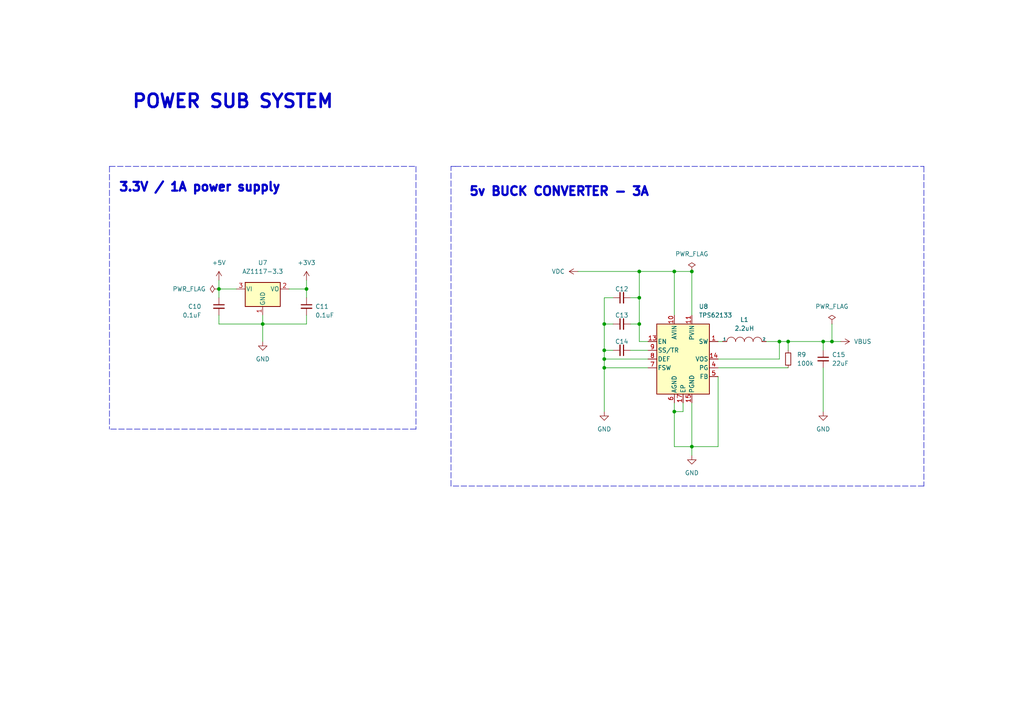
<source format=kicad_sch>
(kicad_sch (version 20211123) (generator eeschema)

  (uuid 942a4362-ba59-459e-9651-245e1df4a61a)

  (paper "A4")

  (lib_symbols
    (symbol "Device:C_Small" (pin_numbers hide) (pin_names (offset 0.254) hide) (in_bom yes) (on_board yes)
      (property "Reference" "C" (id 0) (at 0.254 1.778 0)
        (effects (font (size 1.27 1.27)) (justify left))
      )
      (property "Value" "C_Small" (id 1) (at 0.254 -2.032 0)
        (effects (font (size 1.27 1.27)) (justify left))
      )
      (property "Footprint" "" (id 2) (at 0 0 0)
        (effects (font (size 1.27 1.27)) hide)
      )
      (property "Datasheet" "~" (id 3) (at 0 0 0)
        (effects (font (size 1.27 1.27)) hide)
      )
      (property "ki_keywords" "capacitor cap" (id 4) (at 0 0 0)
        (effects (font (size 1.27 1.27)) hide)
      )
      (property "ki_description" "Unpolarized capacitor, small symbol" (id 5) (at 0 0 0)
        (effects (font (size 1.27 1.27)) hide)
      )
      (property "ki_fp_filters" "C_*" (id 6) (at 0 0 0)
        (effects (font (size 1.27 1.27)) hide)
      )
      (symbol "C_Small_0_1"
        (polyline
          (pts
            (xy -1.524 -0.508)
            (xy 1.524 -0.508)
          )
          (stroke (width 0.3302) (type default) (color 0 0 0 0))
          (fill (type none))
        )
        (polyline
          (pts
            (xy -1.524 0.508)
            (xy 1.524 0.508)
          )
          (stroke (width 0.3048) (type default) (color 0 0 0 0))
          (fill (type none))
        )
      )
      (symbol "C_Small_1_1"
        (pin passive line (at 0 2.54 270) (length 2.032)
          (name "~" (effects (font (size 1.27 1.27))))
          (number "1" (effects (font (size 1.27 1.27))))
        )
        (pin passive line (at 0 -2.54 90) (length 2.032)
          (name "~" (effects (font (size 1.27 1.27))))
          (number "2" (effects (font (size 1.27 1.27))))
        )
      )
    )
    (symbol "Device:R_Small" (pin_numbers hide) (pin_names (offset 0.254) hide) (in_bom yes) (on_board yes)
      (property "Reference" "R" (id 0) (at 0.762 0.508 0)
        (effects (font (size 1.27 1.27)) (justify left))
      )
      (property "Value" "R_Small" (id 1) (at 0.762 -1.016 0)
        (effects (font (size 1.27 1.27)) (justify left))
      )
      (property "Footprint" "" (id 2) (at 0 0 0)
        (effects (font (size 1.27 1.27)) hide)
      )
      (property "Datasheet" "~" (id 3) (at 0 0 0)
        (effects (font (size 1.27 1.27)) hide)
      )
      (property "ki_keywords" "R resistor" (id 4) (at 0 0 0)
        (effects (font (size 1.27 1.27)) hide)
      )
      (property "ki_description" "Resistor, small symbol" (id 5) (at 0 0 0)
        (effects (font (size 1.27 1.27)) hide)
      )
      (property "ki_fp_filters" "R_*" (id 6) (at 0 0 0)
        (effects (font (size 1.27 1.27)) hide)
      )
      (symbol "R_Small_0_1"
        (rectangle (start -0.762 1.778) (end 0.762 -1.778)
          (stroke (width 0.2032) (type default) (color 0 0 0 0))
          (fill (type none))
        )
      )
      (symbol "R_Small_1_1"
        (pin passive line (at 0 2.54 270) (length 0.762)
          (name "~" (effects (font (size 1.27 1.27))))
          (number "1" (effects (font (size 1.27 1.27))))
        )
        (pin passive line (at 0 -2.54 90) (length 0.762)
          (name "~" (effects (font (size 1.27 1.27))))
          (number "2" (effects (font (size 1.27 1.27))))
        )
      )
    )
    (symbol "Regulator_Linear:AZ1117-3.3" (pin_names (offset 0.254)) (in_bom yes) (on_board yes)
      (property "Reference" "U" (id 0) (at -3.81 3.175 0)
        (effects (font (size 1.27 1.27)))
      )
      (property "Value" "AZ1117-3.3" (id 1) (at 0 3.175 0)
        (effects (font (size 1.27 1.27)) (justify left))
      )
      (property "Footprint" "" (id 2) (at 0 6.35 0)
        (effects (font (size 1.27 1.27) italic) hide)
      )
      (property "Datasheet" "https://www.diodes.com/assets/Datasheets/AZ1117.pdf" (id 3) (at 0 0 0)
        (effects (font (size 1.27 1.27)) hide)
      )
      (property "ki_keywords" "Fixed Voltage Regulator 1A Positive LDO" (id 4) (at 0 0 0)
        (effects (font (size 1.27 1.27)) hide)
      )
      (property "ki_description" "1A 20V Fixed LDO Linear Regulator, 3.3V, SOT-89/SOT-223/TO-220/TO-252/TO-263" (id 5) (at 0 0 0)
        (effects (font (size 1.27 1.27)) hide)
      )
      (property "ki_fp_filters" "SOT?223* SOT?89* TO?220* TO?252* TO?263*" (id 6) (at 0 0 0)
        (effects (font (size 1.27 1.27)) hide)
      )
      (symbol "AZ1117-3.3_0_1"
        (rectangle (start -5.08 1.905) (end 5.08 -5.08)
          (stroke (width 0.254) (type default) (color 0 0 0 0))
          (fill (type background))
        )
      )
      (symbol "AZ1117-3.3_1_1"
        (pin power_in line (at 0 -7.62 90) (length 2.54)
          (name "GND" (effects (font (size 1.27 1.27))))
          (number "1" (effects (font (size 1.27 1.27))))
        )
        (pin power_out line (at 7.62 0 180) (length 2.54)
          (name "VO" (effects (font (size 1.27 1.27))))
          (number "2" (effects (font (size 1.27 1.27))))
        )
        (pin power_in line (at -7.62 0 0) (length 2.54)
          (name "VI" (effects (font (size 1.27 1.27))))
          (number "3" (effects (font (size 1.27 1.27))))
        )
      )
    )
    (symbol "Regulator_Switching:TPS62133" (pin_names (offset 0.254)) (in_bom yes) (on_board yes)
      (property "Reference" "U" (id 0) (at 3.81 13.97 0)
        (effects (font (size 1.27 1.27)) (justify left))
      )
      (property "Value" "TPS62133" (id 1) (at 3.81 11.43 0)
        (effects (font (size 1.27 1.27)) (justify left))
      )
      (property "Footprint" "Package_DFN_QFN:VQFN-16-1EP_3x3mm_P0.5mm_EP1.68x1.68mm_ThermalVias" (id 2) (at 3.81 -11.43 0)
        (effects (font (size 1.27 1.27)) (justify left) hide)
      )
      (property "Datasheet" "http://www.ti.com/lit/ds/symlink/tps62130.pdf" (id 3) (at 0 0 0)
        (effects (font (size 1.27 1.27)) hide)
      )
      (property "ki_keywords" "step-down dcdc" (id 4) (at 0 0 0)
        (effects (font (size 1.27 1.27)) hide)
      )
      (property "ki_description" "3A Step-Down Converter with DCS-Control, Fixed 5.0V Output Voltage, 3-17V Input Voltage, QFN-16" (id 5) (at 0 0 0)
        (effects (font (size 1.27 1.27)) hide)
      )
      (property "ki_fp_filters" "VQFN*1EP*3x3mm*P0.5mm*" (id 6) (at 0 0 0)
        (effects (font (size 1.27 1.27)) hide)
      )
      (symbol "TPS62133_0_1"
        (rectangle (start -7.62 10.16) (end 7.62 -10.16)
          (stroke (width 0.254) (type default) (color 0 0 0 0))
          (fill (type background))
        )
      )
      (symbol "TPS62133_1_1"
        (pin output line (at 10.16 5.08 180) (length 2.54)
          (name "SW" (effects (font (size 1.27 1.27))))
          (number "1" (effects (font (size 1.27 1.27))))
        )
        (pin power_in line (at -2.54 12.7 270) (length 2.54)
          (name "AVIN" (effects (font (size 1.27 1.27))))
          (number "10" (effects (font (size 1.27 1.27))))
        )
        (pin power_in line (at 2.54 12.7 270) (length 2.54)
          (name "PVIN" (effects (font (size 1.27 1.27))))
          (number "11" (effects (font (size 1.27 1.27))))
        )
        (pin passive line (at 2.54 12.7 270) (length 2.54) hide
          (name "PVIN" (effects (font (size 1.27 1.27))))
          (number "12" (effects (font (size 1.27 1.27))))
        )
        (pin input line (at -10.16 5.08 0) (length 2.54)
          (name "EN" (effects (font (size 1.27 1.27))))
          (number "13" (effects (font (size 1.27 1.27))))
        )
        (pin input line (at 10.16 0 180) (length 2.54)
          (name "VOS" (effects (font (size 1.27 1.27))))
          (number "14" (effects (font (size 1.27 1.27))))
        )
        (pin power_in line (at 2.54 -12.7 90) (length 2.54)
          (name "PGND" (effects (font (size 1.27 1.27))))
          (number "15" (effects (font (size 1.27 1.27))))
        )
        (pin passive line (at 2.54 -12.7 90) (length 2.54) hide
          (name "PGND" (effects (font (size 1.27 1.27))))
          (number "16" (effects (font (size 1.27 1.27))))
        )
        (pin power_in line (at 0 -12.7 90) (length 2.54)
          (name "EP" (effects (font (size 1.27 1.27))))
          (number "17" (effects (font (size 1.27 1.27))))
        )
        (pin passive line (at 10.16 5.08 180) (length 2.54) hide
          (name "SW" (effects (font (size 1.27 1.27))))
          (number "2" (effects (font (size 1.27 1.27))))
        )
        (pin passive line (at 10.16 5.08 180) (length 2.54) hide
          (name "SW" (effects (font (size 1.27 1.27))))
          (number "3" (effects (font (size 1.27 1.27))))
        )
        (pin open_collector line (at 10.16 -2.54 180) (length 2.54)
          (name "PG" (effects (font (size 1.27 1.27))))
          (number "4" (effects (font (size 1.27 1.27))))
        )
        (pin input line (at 10.16 -5.08 180) (length 2.54)
          (name "FB" (effects (font (size 1.27 1.27))))
          (number "5" (effects (font (size 1.27 1.27))))
        )
        (pin power_in line (at -2.54 -12.7 90) (length 2.54)
          (name "AGND" (effects (font (size 1.27 1.27))))
          (number "6" (effects (font (size 1.27 1.27))))
        )
        (pin input line (at -10.16 -2.54 0) (length 2.54)
          (name "FSW" (effects (font (size 1.27 1.27))))
          (number "7" (effects (font (size 1.27 1.27))))
        )
        (pin input line (at -10.16 0 0) (length 2.54)
          (name "DEF" (effects (font (size 1.27 1.27))))
          (number "8" (effects (font (size 1.27 1.27))))
        )
        (pin input line (at -10.16 2.54 0) (length 2.54)
          (name "SS/TR" (effects (font (size 1.27 1.27))))
          (number "9" (effects (font (size 1.27 1.27))))
        )
      )
    )
    (symbol "power:+3V3" (power) (pin_names (offset 0)) (in_bom yes) (on_board yes)
      (property "Reference" "#PWR" (id 0) (at 0 -3.81 0)
        (effects (font (size 1.27 1.27)) hide)
      )
      (property "Value" "+3V3" (id 1) (at 0 3.556 0)
        (effects (font (size 1.27 1.27)))
      )
      (property "Footprint" "" (id 2) (at 0 0 0)
        (effects (font (size 1.27 1.27)) hide)
      )
      (property "Datasheet" "" (id 3) (at 0 0 0)
        (effects (font (size 1.27 1.27)) hide)
      )
      (property "ki_keywords" "power-flag" (id 4) (at 0 0 0)
        (effects (font (size 1.27 1.27)) hide)
      )
      (property "ki_description" "Power symbol creates a global label with name \"+3V3\"" (id 5) (at 0 0 0)
        (effects (font (size 1.27 1.27)) hide)
      )
      (symbol "+3V3_0_1"
        (polyline
          (pts
            (xy -0.762 1.27)
            (xy 0 2.54)
          )
          (stroke (width 0) (type default) (color 0 0 0 0))
          (fill (type none))
        )
        (polyline
          (pts
            (xy 0 0)
            (xy 0 2.54)
          )
          (stroke (width 0) (type default) (color 0 0 0 0))
          (fill (type none))
        )
        (polyline
          (pts
            (xy 0 2.54)
            (xy 0.762 1.27)
          )
          (stroke (width 0) (type default) (color 0 0 0 0))
          (fill (type none))
        )
      )
      (symbol "+3V3_1_1"
        (pin power_in line (at 0 0 90) (length 0) hide
          (name "+3V3" (effects (font (size 1.27 1.27))))
          (number "1" (effects (font (size 1.27 1.27))))
        )
      )
    )
    (symbol "power:+5V" (power) (pin_names (offset 0)) (in_bom yes) (on_board yes)
      (property "Reference" "#PWR" (id 0) (at 0 -3.81 0)
        (effects (font (size 1.27 1.27)) hide)
      )
      (property "Value" "+5V" (id 1) (at 0 3.556 0)
        (effects (font (size 1.27 1.27)))
      )
      (property "Footprint" "" (id 2) (at 0 0 0)
        (effects (font (size 1.27 1.27)) hide)
      )
      (property "Datasheet" "" (id 3) (at 0 0 0)
        (effects (font (size 1.27 1.27)) hide)
      )
      (property "ki_keywords" "power-flag" (id 4) (at 0 0 0)
        (effects (font (size 1.27 1.27)) hide)
      )
      (property "ki_description" "Power symbol creates a global label with name \"+5V\"" (id 5) (at 0 0 0)
        (effects (font (size 1.27 1.27)) hide)
      )
      (symbol "+5V_0_1"
        (polyline
          (pts
            (xy -0.762 1.27)
            (xy 0 2.54)
          )
          (stroke (width 0) (type default) (color 0 0 0 0))
          (fill (type none))
        )
        (polyline
          (pts
            (xy 0 0)
            (xy 0 2.54)
          )
          (stroke (width 0) (type default) (color 0 0 0 0))
          (fill (type none))
        )
        (polyline
          (pts
            (xy 0 2.54)
            (xy 0.762 1.27)
          )
          (stroke (width 0) (type default) (color 0 0 0 0))
          (fill (type none))
        )
      )
      (symbol "+5V_1_1"
        (pin power_in line (at 0 0 90) (length 0) hide
          (name "+5V" (effects (font (size 1.27 1.27))))
          (number "1" (effects (font (size 1.27 1.27))))
        )
      )
    )
    (symbol "power:GND" (power) (pin_names (offset 0)) (in_bom yes) (on_board yes)
      (property "Reference" "#PWR" (id 0) (at 0 -6.35 0)
        (effects (font (size 1.27 1.27)) hide)
      )
      (property "Value" "GND" (id 1) (at 0 -3.81 0)
        (effects (font (size 1.27 1.27)))
      )
      (property "Footprint" "" (id 2) (at 0 0 0)
        (effects (font (size 1.27 1.27)) hide)
      )
      (property "Datasheet" "" (id 3) (at 0 0 0)
        (effects (font (size 1.27 1.27)) hide)
      )
      (property "ki_keywords" "power-flag" (id 4) (at 0 0 0)
        (effects (font (size 1.27 1.27)) hide)
      )
      (property "ki_description" "Power symbol creates a global label with name \"GND\" , ground" (id 5) (at 0 0 0)
        (effects (font (size 1.27 1.27)) hide)
      )
      (symbol "GND_0_1"
        (polyline
          (pts
            (xy 0 0)
            (xy 0 -1.27)
            (xy 1.27 -1.27)
            (xy 0 -2.54)
            (xy -1.27 -1.27)
            (xy 0 -1.27)
          )
          (stroke (width 0) (type default) (color 0 0 0 0))
          (fill (type none))
        )
      )
      (symbol "GND_1_1"
        (pin power_in line (at 0 0 270) (length 0) hide
          (name "GND" (effects (font (size 1.27 1.27))))
          (number "1" (effects (font (size 1.27 1.27))))
        )
      )
    )
    (symbol "power:PWR_FLAG" (power) (pin_numbers hide) (pin_names (offset 0) hide) (in_bom yes) (on_board yes)
      (property "Reference" "#FLG" (id 0) (at 0 1.905 0)
        (effects (font (size 1.27 1.27)) hide)
      )
      (property "Value" "PWR_FLAG" (id 1) (at 0 3.81 0)
        (effects (font (size 1.27 1.27)))
      )
      (property "Footprint" "" (id 2) (at 0 0 0)
        (effects (font (size 1.27 1.27)) hide)
      )
      (property "Datasheet" "~" (id 3) (at 0 0 0)
        (effects (font (size 1.27 1.27)) hide)
      )
      (property "ki_keywords" "power-flag" (id 4) (at 0 0 0)
        (effects (font (size 1.27 1.27)) hide)
      )
      (property "ki_description" "Special symbol for telling ERC where power comes from" (id 5) (at 0 0 0)
        (effects (font (size 1.27 1.27)) hide)
      )
      (symbol "PWR_FLAG_0_0"
        (pin power_out line (at 0 0 90) (length 0)
          (name "pwr" (effects (font (size 1.27 1.27))))
          (number "1" (effects (font (size 1.27 1.27))))
        )
      )
      (symbol "PWR_FLAG_0_1"
        (polyline
          (pts
            (xy 0 0)
            (xy 0 1.27)
            (xy -1.016 1.905)
            (xy 0 2.54)
            (xy 1.016 1.905)
            (xy 0 1.27)
          )
          (stroke (width 0) (type default) (color 0 0 0 0))
          (fill (type none))
        )
      )
    )
    (symbol "power:VBUS" (power) (pin_names (offset 0)) (in_bom yes) (on_board yes)
      (property "Reference" "#PWR" (id 0) (at 0 -3.81 0)
        (effects (font (size 1.27 1.27)) hide)
      )
      (property "Value" "VBUS" (id 1) (at 0 3.81 0)
        (effects (font (size 1.27 1.27)))
      )
      (property "Footprint" "" (id 2) (at 0 0 0)
        (effects (font (size 1.27 1.27)) hide)
      )
      (property "Datasheet" "" (id 3) (at 0 0 0)
        (effects (font (size 1.27 1.27)) hide)
      )
      (property "ki_keywords" "power-flag" (id 4) (at 0 0 0)
        (effects (font (size 1.27 1.27)) hide)
      )
      (property "ki_description" "Power symbol creates a global label with name \"VBUS\"" (id 5) (at 0 0 0)
        (effects (font (size 1.27 1.27)) hide)
      )
      (symbol "VBUS_0_1"
        (polyline
          (pts
            (xy -0.762 1.27)
            (xy 0 2.54)
          )
          (stroke (width 0) (type default) (color 0 0 0 0))
          (fill (type none))
        )
        (polyline
          (pts
            (xy 0 0)
            (xy 0 2.54)
          )
          (stroke (width 0) (type default) (color 0 0 0 0))
          (fill (type none))
        )
        (polyline
          (pts
            (xy 0 2.54)
            (xy 0.762 1.27)
          )
          (stroke (width 0) (type default) (color 0 0 0 0))
          (fill (type none))
        )
      )
      (symbol "VBUS_1_1"
        (pin power_in line (at 0 0 90) (length 0) hide
          (name "VBUS" (effects (font (size 1.27 1.27))))
          (number "1" (effects (font (size 1.27 1.27))))
        )
      )
    )
    (symbol "power:VDC" (power) (pin_names (offset 0)) (in_bom yes) (on_board yes)
      (property "Reference" "#PWR" (id 0) (at 0 -2.54 0)
        (effects (font (size 1.27 1.27)) hide)
      )
      (property "Value" "VDC" (id 1) (at 0 6.35 0)
        (effects (font (size 1.27 1.27)))
      )
      (property "Footprint" "" (id 2) (at 0 0 0)
        (effects (font (size 1.27 1.27)) hide)
      )
      (property "Datasheet" "" (id 3) (at 0 0 0)
        (effects (font (size 1.27 1.27)) hide)
      )
      (property "ki_keywords" "power-flag" (id 4) (at 0 0 0)
        (effects (font (size 1.27 1.27)) hide)
      )
      (property "ki_description" "Power symbol creates a global label with name \"VDC\"" (id 5) (at 0 0 0)
        (effects (font (size 1.27 1.27)) hide)
      )
      (symbol "VDC_0_1"
        (polyline
          (pts
            (xy -0.762 1.27)
            (xy 0 2.54)
          )
          (stroke (width 0) (type default) (color 0 0 0 0))
          (fill (type none))
        )
        (polyline
          (pts
            (xy 0 0)
            (xy 0 2.54)
          )
          (stroke (width 0) (type default) (color 0 0 0 0))
          (fill (type none))
        )
        (polyline
          (pts
            (xy 0 2.54)
            (xy 0.762 1.27)
          )
          (stroke (width 0) (type default) (color 0 0 0 0))
          (fill (type none))
        )
      )
      (symbol "VDC_1_1"
        (pin power_in line (at 0 0 90) (length 0) hide
          (name "VDC" (effects (font (size 1.27 1.27))))
          (number "1" (effects (font (size 1.27 1.27))))
        )
      )
    )
    (symbol "pspice:INDUCTOR" (pin_numbers hide) (pin_names (offset 0)) (in_bom yes) (on_board yes)
      (property "Reference" "L" (id 0) (at 0 2.54 0)
        (effects (font (size 1.27 1.27)))
      )
      (property "Value" "INDUCTOR" (id 1) (at 0 -1.27 0)
        (effects (font (size 1.27 1.27)))
      )
      (property "Footprint" "" (id 2) (at 0 0 0)
        (effects (font (size 1.27 1.27)) hide)
      )
      (property "Datasheet" "~" (id 3) (at 0 0 0)
        (effects (font (size 1.27 1.27)) hide)
      )
      (property "ki_keywords" "simulation" (id 4) (at 0 0 0)
        (effects (font (size 1.27 1.27)) hide)
      )
      (property "ki_description" "Inductor symbol for simulation only" (id 5) (at 0 0 0)
        (effects (font (size 1.27 1.27)) hide)
      )
      (symbol "INDUCTOR_0_1"
        (arc (start -2.54 0) (mid -3.81 1.27) (end -5.08 0)
          (stroke (width 0) (type default) (color 0 0 0 0))
          (fill (type none))
        )
        (arc (start 0 0) (mid -1.27 1.27) (end -2.54 0)
          (stroke (width 0) (type default) (color 0 0 0 0))
          (fill (type none))
        )
        (arc (start 2.54 0) (mid 1.27 1.27) (end 0 0)
          (stroke (width 0) (type default) (color 0 0 0 0))
          (fill (type none))
        )
        (arc (start 5.08 0) (mid 3.81 1.27) (end 2.54 0)
          (stroke (width 0) (type default) (color 0 0 0 0))
          (fill (type none))
        )
      )
      (symbol "INDUCTOR_1_1"
        (pin input line (at -6.35 0 0) (length 1.27)
          (name "1" (effects (font (size 0.762 0.762))))
          (number "1" (effects (font (size 0.762 0.762))))
        )
        (pin input line (at 6.35 0 180) (length 1.27)
          (name "2" (effects (font (size 0.762 0.762))))
          (number "2" (effects (font (size 0.762 0.762))))
        )
      )
    )
  )

  (junction (at 185.42 93.98) (diameter 0) (color 0 0 0 0)
    (uuid 0efa32c8-465c-4c3b-b305-6c2fdfebb55a)
  )
  (junction (at 175.26 93.98) (diameter 0) (color 0 0 0 0)
    (uuid 1c214bb6-324d-4e6a-a7cf-0f1d076513e4)
  )
  (junction (at 185.42 86.36) (diameter 0) (color 0 0 0 0)
    (uuid 2494c917-cdde-4f16-91e2-303395bd4d25)
  )
  (junction (at 195.58 78.74) (diameter 0) (color 0 0 0 0)
    (uuid 3f9db812-b2c9-44fa-a4bb-854e1c064280)
  )
  (junction (at 76.2 93.98) (diameter 0) (color 0 0 0 0)
    (uuid 514f20fe-a97b-4ca2-8fb1-9a0a124c3589)
  )
  (junction (at 200.66 129.54) (diameter 0) (color 0 0 0 0)
    (uuid 5e7ad91a-f2ce-4c14-97c1-d4561d8d2372)
  )
  (junction (at 241.3 99.06) (diameter 0) (color 0 0 0 0)
    (uuid 8d15d7e0-42ad-4f62-b584-440e3b596a5a)
  )
  (junction (at 185.42 78.74) (diameter 0) (color 0 0 0 0)
    (uuid 8f22b1dd-05f9-4148-b223-7e7908d2a026)
  )
  (junction (at 195.58 119.38) (diameter 0) (color 0 0 0 0)
    (uuid 906fe0fe-e219-4ae6-9882-852bcda7d30f)
  )
  (junction (at 200.66 78.74) (diameter 0) (color 0 0 0 0)
    (uuid 954f4b7d-5c68-4c31-b2e9-d1e5d7061da6)
  )
  (junction (at 175.26 104.14) (diameter 0) (color 0 0 0 0)
    (uuid a179ce31-eb18-4462-9c5b-4800e3746379)
  )
  (junction (at 238.76 99.06) (diameter 0) (color 0 0 0 0)
    (uuid a34395cf-7a6c-4f13-b362-8b8288545eba)
  )
  (junction (at 175.26 106.68) (diameter 0) (color 0 0 0 0)
    (uuid ba903d8c-fd90-4153-bc51-30e20f8dd734)
  )
  (junction (at 88.9 83.82) (diameter 0) (color 0 0 0 0)
    (uuid ba995430-5efb-4a1b-b246-9b057d40eae8)
  )
  (junction (at 63.5 83.82) (diameter 0) (color 0 0 0 0)
    (uuid c2aa75cf-d6f2-43a6-be5d-d3e8e7682e48)
  )
  (junction (at 226.06 99.06) (diameter 0) (color 0 0 0 0)
    (uuid cf93eb90-6e3c-423d-b340-84cd319f8108)
  )
  (junction (at 228.6 99.06) (diameter 0) (color 0 0 0 0)
    (uuid dd1c530c-d96d-47f9-9a9d-fe84a3cd7292)
  )
  (junction (at 175.26 101.6) (diameter 0) (color 0 0 0 0)
    (uuid f56d4a47-c11a-4039-9b84-32d8ef3e5d2f)
  )

  (wire (pts (xy 177.8 101.6) (xy 175.26 101.6))
    (stroke (width 0) (type default) (color 0 0 0 0))
    (uuid 0ab4682f-2d9e-41ab-a206-d67d9ba5a92f)
  )
  (wire (pts (xy 185.42 78.74) (xy 195.58 78.74))
    (stroke (width 0) (type default) (color 0 0 0 0))
    (uuid 1d5e1b2a-3052-4d10-9811-9b53757b7e59)
  )
  (wire (pts (xy 175.26 101.6) (xy 175.26 104.14))
    (stroke (width 0) (type default) (color 0 0 0 0))
    (uuid 1e38b557-e3f7-4ff6-9713-a45aa8173529)
  )
  (wire (pts (xy 208.28 109.22) (xy 208.28 129.54))
    (stroke (width 0) (type default) (color 0 0 0 0))
    (uuid 1e873f52-5d7d-462c-9613-2caf19c498bb)
  )
  (wire (pts (xy 198.12 116.84) (xy 198.12 119.38))
    (stroke (width 0) (type default) (color 0 0 0 0))
    (uuid 201e0a75-55db-470a-a602-321a91e192f7)
  )
  (wire (pts (xy 175.26 93.98) (xy 175.26 101.6))
    (stroke (width 0) (type default) (color 0 0 0 0))
    (uuid 20238e7f-4faf-4188-a8c9-67680283629e)
  )
  (wire (pts (xy 175.26 106.68) (xy 175.26 104.14))
    (stroke (width 0) (type default) (color 0 0 0 0))
    (uuid 212f9f4d-0427-41bb-8e67-8e4152f5f65d)
  )
  (wire (pts (xy 175.26 106.68) (xy 187.96 106.68))
    (stroke (width 0) (type default) (color 0 0 0 0))
    (uuid 2414c11c-d7a2-457d-b7a7-621c4d9aaf2f)
  )
  (wire (pts (xy 241.3 99.06) (xy 243.84 99.06))
    (stroke (width 0) (type default) (color 0 0 0 0))
    (uuid 25320a62-82f5-4b89-b512-1232793a7931)
  )
  (polyline (pts (xy 132.08 48.26) (xy 267.97 48.26))
    (stroke (width 0) (type default) (color 0 0 0 0))
    (uuid 2706945d-04e4-4f79-baaa-b66729763188)
  )

  (wire (pts (xy 63.5 93.98) (xy 76.2 93.98))
    (stroke (width 0) (type default) (color 0 0 0 0))
    (uuid 2845f12b-95b2-40c2-8a44-438991d0e92d)
  )
  (polyline (pts (xy 120.65 48.26) (xy 120.65 124.46))
    (stroke (width 0) (type default) (color 0 0 0 0))
    (uuid 28b3ce39-5f55-4c8d-8f5d-a8642cf82bed)
  )
  (polyline (pts (xy 130.81 140.97) (xy 130.81 48.26))
    (stroke (width 0) (type default) (color 0 0 0 0))
    (uuid 299be6bb-a099-4761-8f2d-e813072ab66e)
  )

  (wire (pts (xy 83.82 83.82) (xy 88.9 83.82))
    (stroke (width 0) (type default) (color 0 0 0 0))
    (uuid 29c877d4-6598-43f4-a9e6-f8de9b0e8f19)
  )
  (wire (pts (xy 238.76 101.6) (xy 238.76 99.06))
    (stroke (width 0) (type default) (color 0 0 0 0))
    (uuid 2d85aa34-a5d6-44ef-9ba6-4b6b8871f6cb)
  )
  (wire (pts (xy 241.3 93.98) (xy 241.3 99.06))
    (stroke (width 0) (type default) (color 0 0 0 0))
    (uuid 305c3d75-7feb-4cd5-8d51-fae7a9a39da3)
  )
  (wire (pts (xy 208.28 129.54) (xy 200.66 129.54))
    (stroke (width 0) (type default) (color 0 0 0 0))
    (uuid 345d6fa7-d578-45f5-b291-34f67fd87555)
  )
  (wire (pts (xy 185.42 93.98) (xy 185.42 99.06))
    (stroke (width 0) (type default) (color 0 0 0 0))
    (uuid 39390df4-70de-414a-b53f-e1066b34704f)
  )
  (wire (pts (xy 200.66 129.54) (xy 200.66 132.08))
    (stroke (width 0) (type default) (color 0 0 0 0))
    (uuid 3fb24ea9-5fd3-4024-bf29-801c767a7ee5)
  )
  (polyline (pts (xy 120.65 124.46) (xy 31.75 124.46))
    (stroke (width 0) (type default) (color 0 0 0 0))
    (uuid 405eb9ef-47f6-4ec4-b8bb-c6bbf41746c8)
  )
  (polyline (pts (xy 31.75 48.26) (xy 31.75 124.46))
    (stroke (width 0) (type default) (color 0 0 0 0))
    (uuid 407fba69-fbe7-4cca-ac65-ac8270543e68)
  )
  (polyline (pts (xy 267.97 140.97) (xy 130.81 140.97))
    (stroke (width 0) (type default) (color 0 0 0 0))
    (uuid 43c8636d-3b98-4f12-b3d7-2b337d3b2112)
  )

  (wire (pts (xy 175.26 93.98) (xy 177.8 93.98))
    (stroke (width 0) (type default) (color 0 0 0 0))
    (uuid 478aed78-8d1f-4a35-a542-9a24afd7bdd4)
  )
  (wire (pts (xy 185.42 99.06) (xy 187.96 99.06))
    (stroke (width 0) (type default) (color 0 0 0 0))
    (uuid 48309dca-112a-4fd5-a976-487463eabe76)
  )
  (wire (pts (xy 228.6 99.06) (xy 228.6 101.6))
    (stroke (width 0) (type default) (color 0 0 0 0))
    (uuid 553ec33f-ade3-4136-a3ac-f5f551a021c7)
  )
  (polyline (pts (xy 130.81 48.26) (xy 132.08 48.26))
    (stroke (width 0) (type default) (color 0 0 0 0))
    (uuid 595c0911-1960-4a43-8a52-c17b470d79e2)
  )
  (polyline (pts (xy 31.75 48.26) (xy 120.65 48.26))
    (stroke (width 0) (type default) (color 0 0 0 0))
    (uuid 5e733898-8564-443a-82be-e95711c0550a)
  )

  (wire (pts (xy 238.76 119.38) (xy 238.76 106.68))
    (stroke (width 0) (type default) (color 0 0 0 0))
    (uuid 65d26888-6aee-4599-bedd-fed9c687dfa7)
  )
  (wire (pts (xy 222.25 99.06) (xy 226.06 99.06))
    (stroke (width 0) (type default) (color 0 0 0 0))
    (uuid 68a07b68-9eae-4889-8eba-1a6824511846)
  )
  (wire (pts (xy 88.9 91.44) (xy 88.9 93.98))
    (stroke (width 0) (type default) (color 0 0 0 0))
    (uuid 6f1ac62c-16dd-464c-8673-264290c23124)
  )
  (wire (pts (xy 76.2 93.98) (xy 76.2 99.06))
    (stroke (width 0) (type default) (color 0 0 0 0))
    (uuid 72c41042-b451-41dd-941d-9f238d015661)
  )
  (wire (pts (xy 208.28 99.06) (xy 209.55 99.06))
    (stroke (width 0) (type default) (color 0 0 0 0))
    (uuid 77b29a60-922a-445a-9418-291a082c7392)
  )
  (wire (pts (xy 167.64 78.74) (xy 185.42 78.74))
    (stroke (width 0) (type default) (color 0 0 0 0))
    (uuid 77f06545-7d28-4672-8972-3e4baf305c21)
  )
  (wire (pts (xy 185.42 86.36) (xy 185.42 93.98))
    (stroke (width 0) (type default) (color 0 0 0 0))
    (uuid 7f816bce-32fc-4921-96f9-89a36228ce13)
  )
  (wire (pts (xy 175.26 104.14) (xy 187.96 104.14))
    (stroke (width 0) (type default) (color 0 0 0 0))
    (uuid 7fbd0564-691d-42db-9883-c511efcf2a8c)
  )
  (wire (pts (xy 63.5 81.28) (xy 63.5 83.82))
    (stroke (width 0) (type default) (color 0 0 0 0))
    (uuid 80054b85-1fe2-4132-a6c8-1fd876e41d92)
  )
  (wire (pts (xy 195.58 78.74) (xy 200.66 78.74))
    (stroke (width 0) (type default) (color 0 0 0 0))
    (uuid 8baf9853-d1a1-482a-abac-945ecc93a0f9)
  )
  (wire (pts (xy 226.06 99.06) (xy 228.6 99.06))
    (stroke (width 0) (type default) (color 0 0 0 0))
    (uuid 9bc9e2bf-2e66-47bd-8e0a-1d18467f8d53)
  )
  (polyline (pts (xy 267.97 48.26) (xy 267.97 140.97))
    (stroke (width 0) (type default) (color 0 0 0 0))
    (uuid a32111de-dad0-4b71-823b-4b13dee1ca23)
  )

  (wire (pts (xy 198.12 119.38) (xy 195.58 119.38))
    (stroke (width 0) (type default) (color 0 0 0 0))
    (uuid a3f48b8a-cd95-4467-b4ee-71f4307b39a0)
  )
  (wire (pts (xy 200.66 78.74) (xy 200.66 91.44))
    (stroke (width 0) (type default) (color 0 0 0 0))
    (uuid b418add8-f133-4521-a9d0-cc8cbec48b7f)
  )
  (wire (pts (xy 195.58 129.54) (xy 200.66 129.54))
    (stroke (width 0) (type default) (color 0 0 0 0))
    (uuid baa3b542-6d5e-490f-870e-456171594576)
  )
  (wire (pts (xy 177.8 86.36) (xy 175.26 86.36))
    (stroke (width 0) (type default) (color 0 0 0 0))
    (uuid be556329-d0cd-493c-91c7-a41671d325b6)
  )
  (wire (pts (xy 208.28 106.68) (xy 228.6 106.68))
    (stroke (width 0) (type default) (color 0 0 0 0))
    (uuid c1ea481d-6c75-4fc4-b004-e3fdf986b7f0)
  )
  (wire (pts (xy 182.88 86.36) (xy 185.42 86.36))
    (stroke (width 0) (type default) (color 0 0 0 0))
    (uuid c2616dc3-8732-42d7-b339-0a13c2717eff)
  )
  (wire (pts (xy 182.88 101.6) (xy 187.96 101.6))
    (stroke (width 0) (type default) (color 0 0 0 0))
    (uuid c3b7d033-1be4-402a-a427-45194c7a29a7)
  )
  (wire (pts (xy 185.42 78.74) (xy 185.42 86.36))
    (stroke (width 0) (type default) (color 0 0 0 0))
    (uuid c490ad05-e619-4391-a669-4746f9c5f698)
  )
  (wire (pts (xy 195.58 119.38) (xy 195.58 129.54))
    (stroke (width 0) (type default) (color 0 0 0 0))
    (uuid c6591157-acd9-4ecb-9323-e38c982c245e)
  )
  (wire (pts (xy 226.06 104.14) (xy 226.06 99.06))
    (stroke (width 0) (type default) (color 0 0 0 0))
    (uuid cc818cd1-5ffd-4228-8378-c0193e43ecc5)
  )
  (wire (pts (xy 195.58 78.74) (xy 195.58 91.44))
    (stroke (width 0) (type default) (color 0 0 0 0))
    (uuid d938b533-f139-499e-9b60-e9deca03d2db)
  )
  (wire (pts (xy 63.5 83.82) (xy 68.58 83.82))
    (stroke (width 0) (type default) (color 0 0 0 0))
    (uuid e2ecab49-8941-4944-b374-b629c09b26f9)
  )
  (wire (pts (xy 88.9 93.98) (xy 76.2 93.98))
    (stroke (width 0) (type default) (color 0 0 0 0))
    (uuid e9e3eb7e-4743-402a-b6e8-f0434e0aa8c5)
  )
  (wire (pts (xy 88.9 83.82) (xy 88.9 86.36))
    (stroke (width 0) (type default) (color 0 0 0 0))
    (uuid ead75060-df0f-493d-b2a0-3367503f34b1)
  )
  (wire (pts (xy 182.88 93.98) (xy 185.42 93.98))
    (stroke (width 0) (type default) (color 0 0 0 0))
    (uuid ee4e9325-1750-4603-b0bb-27b97fd1e92d)
  )
  (wire (pts (xy 63.5 91.44) (xy 63.5 93.98))
    (stroke (width 0) (type default) (color 0 0 0 0))
    (uuid ee882afa-f819-4e45-a243-52a9d08ca578)
  )
  (wire (pts (xy 208.28 104.14) (xy 226.06 104.14))
    (stroke (width 0) (type default) (color 0 0 0 0))
    (uuid f10875d8-5748-4c9c-bac3-fcb2817ed38e)
  )
  (wire (pts (xy 88.9 83.82) (xy 88.9 81.28))
    (stroke (width 0) (type default) (color 0 0 0 0))
    (uuid f5c1a217-4e94-404c-8f95-6741234d9072)
  )
  (wire (pts (xy 195.58 116.84) (xy 195.58 119.38))
    (stroke (width 0) (type default) (color 0 0 0 0))
    (uuid f661f855-399d-4bf6-ae32-c51906e85203)
  )
  (wire (pts (xy 175.26 106.68) (xy 175.26 119.38))
    (stroke (width 0) (type default) (color 0 0 0 0))
    (uuid f6f9a789-21bd-4717-9f86-8e4ed3d3ee55)
  )
  (wire (pts (xy 76.2 91.44) (xy 76.2 93.98))
    (stroke (width 0) (type default) (color 0 0 0 0))
    (uuid f76924e8-f6d6-4e1f-9e89-52b57d44e682)
  )
  (wire (pts (xy 200.66 116.84) (xy 200.66 129.54))
    (stroke (width 0) (type default) (color 0 0 0 0))
    (uuid f946a474-e4df-4b6d-b926-6d8b09a6ab36)
  )
  (wire (pts (xy 238.76 99.06) (xy 241.3 99.06))
    (stroke (width 0) (type default) (color 0 0 0 0))
    (uuid fadc1e06-f49d-40ac-8db7-5f8410ae8604)
  )
  (wire (pts (xy 228.6 99.06) (xy 238.76 99.06))
    (stroke (width 0) (type default) (color 0 0 0 0))
    (uuid fc6fd15c-590a-4130-9e06-44e80a4ddcb1)
  )
  (wire (pts (xy 175.26 86.36) (xy 175.26 93.98))
    (stroke (width 0) (type default) (color 0 0 0 0))
    (uuid fce5d8ba-7ccb-4ca8-bbf5-73892d294685)
  )
  (wire (pts (xy 63.5 83.82) (xy 63.5 86.36))
    (stroke (width 0) (type default) (color 0 0 0 0))
    (uuid ff2b22d1-321f-41c4-a30c-b383051aee84)
  )

  (text "POWER SUB SYSTEM" (at 38.1 31.75 0)
    (effects (font (size 3.81 3.81) bold) (justify left bottom))
    (uuid 0419b4e3-c20a-4a3a-a46a-081336627b7f)
  )
  (text "5v BUCK CONVERTER - 3A\n" (at 135.89 57.15 0)
    (effects (font (size 2.54 2.54) (thickness 0.762) bold) (justify left bottom))
    (uuid 3043d668-3063-46b4-8d8d-6e3e90777efa)
  )
  (text "3.3V / 1A power supply" (at 34.29 55.88 0)
    (effects (font (size 2.54 2.54) (thickness 0.762) bold) (justify left bottom))
    (uuid d027dedc-0a27-4078-b656-f95d47cba22a)
  )

  (symbol (lib_id "Regulator_Switching:TPS62133") (at 198.12 104.14 0) (unit 1)
    (in_bom yes) (on_board yes) (fields_autoplaced)
    (uuid 01c97cb3-f7a8-424d-8268-e46ea8336b32)
    (property "Reference" "U8" (id 0) (at 202.6794 88.9 0)
      (effects (font (size 1.27 1.27)) (justify left))
    )
    (property "Value" "TPS62133" (id 1) (at 202.6794 91.44 0)
      (effects (font (size 1.27 1.27)) (justify left))
    )
    (property "Footprint" "Package_DFN_QFN:VQFN-16-1EP_3x3mm_P0.5mm_EP1.68x1.68mm_ThermalVias" (id 2) (at 201.93 115.57 0)
      (effects (font (size 1.27 1.27)) (justify left) hide)
    )
    (property "Datasheet" "http://www.ti.com/lit/ds/symlink/tps62130.pdf" (id 3) (at 198.12 104.14 0)
      (effects (font (size 1.27 1.27)) hide)
    )
    (property "LCSC" "C2653764" (id 4) (at 198.12 104.14 0)
      (effects (font (size 1.27 1.27)) hide)
    )
    (pin "1" (uuid 276014d7-da02-430a-9ac7-2015a099edf8))
    (pin "10" (uuid 2a6776bb-b3da-4a00-9513-a86439b957ac))
    (pin "11" (uuid 715a3f48-4be2-4309-849a-024e9c9701d3))
    (pin "12" (uuid 8b36b5f2-0663-4c94-9ac7-af154dff511e))
    (pin "13" (uuid fc5252c2-5050-4f9d-8ba2-9ec301a95dae))
    (pin "14" (uuid f475a014-3daa-47f8-8f85-1be57af40b36))
    (pin "15" (uuid 1b3bc64e-af33-40d2-a792-155ce3f62b6c))
    (pin "16" (uuid 8fb5b80e-79f9-4e72-ad16-14a06c487838))
    (pin "17" (uuid df9611c1-c367-40c2-8381-35c31dc27309))
    (pin "2" (uuid 19d5ec60-b6d3-437b-b042-4e2cf3aef0ef))
    (pin "3" (uuid 5e9db291-70c0-4d1d-afb6-b87e33e618fd))
    (pin "4" (uuid d557db91-6cf1-4d90-ad2f-c22ba7e63f1c))
    (pin "5" (uuid 2b9bdf22-e98b-4bf3-8ebd-46f21aeb7a1b))
    (pin "6" (uuid 6d66a8ad-06b8-4c2a-b7cd-c31fad6e5c7c))
    (pin "7" (uuid bb357633-c707-4d17-8c6b-b7a47a46fd33))
    (pin "8" (uuid ca1b3664-03ba-4b1a-8fe4-429b35530dfc))
    (pin "9" (uuid 73e4c100-10a2-4b2f-94bf-20b60d37f157))
  )

  (symbol (lib_id "pspice:INDUCTOR") (at 215.9 99.06 0) (unit 1)
    (in_bom yes) (on_board yes) (fields_autoplaced)
    (uuid 02a24ef5-274f-4c33-83aa-9f8cfa28e96f)
    (property "Reference" "L1" (id 0) (at 215.9 92.71 0))
    (property "Value" "2.2uH" (id 1) (at 215.9 95.25 0))
    (property "Footprint" "Inductor_SMD:L_Sunlord_MWSA0518_5.4x5.2mm" (id 2) (at 215.9 99.06 0)
      (effects (font (size 1.27 1.27)) hide)
    )
    (property "Datasheet" "~" (id 3) (at 215.9 99.06 0)
      (effects (font (size 1.27 1.27)) hide)
    )
    (property "LCSC" "C408345" (id 4) (at 215.9 99.06 0)
      (effects (font (size 1.27 1.27)) hide)
    )
    (pin "1" (uuid 2f40e58a-bbb8-4332-9074-3600703a37d6))
    (pin "2" (uuid f6c3c734-f1dd-40cb-a70a-fe375b5796ed))
  )

  (symbol (lib_id "Device:C_Small") (at 180.34 101.6 270) (unit 1)
    (in_bom yes) (on_board yes)
    (uuid 0725e28f-8e2f-4d16-9843-24503fc72f47)
    (property "Reference" "C14" (id 0) (at 180.34 99.06 90))
    (property "Value" "3.3nF" (id 1) (at 162.56 99.06 0)
      (effects (font (size 1.27 1.27)) (justify right) hide)
    )
    (property "Footprint" "Capacitor_SMD:C_0402_1005Metric" (id 2) (at 180.34 101.6 0)
      (effects (font (size 1.27 1.27)) hide)
    )
    (property "Datasheet" "~" (id 3) (at 180.34 101.6 0)
      (effects (font (size 1.27 1.27)) hide)
    )
    (pin "1" (uuid fa9f7a57-0a40-4081-a06b-6d47bd7c986e))
    (pin "2" (uuid a63b47f4-ff0a-497a-88b2-e335ab9713d7))
  )

  (symbol (lib_id "power:GND") (at 76.2 99.06 0) (unit 1)
    (in_bom yes) (on_board yes) (fields_autoplaced)
    (uuid 0ad5a89b-67f0-42e0-ab28-743532a86004)
    (property "Reference" "#PWR037" (id 0) (at 76.2 105.41 0)
      (effects (font (size 1.27 1.27)) hide)
    )
    (property "Value" "GND" (id 1) (at 76.2 104.14 0))
    (property "Footprint" "" (id 2) (at 76.2 99.06 0)
      (effects (font (size 1.27 1.27)) hide)
    )
    (property "Datasheet" "" (id 3) (at 76.2 99.06 0)
      (effects (font (size 1.27 1.27)) hide)
    )
    (pin "1" (uuid 4b5cac82-307e-46b5-bca8-d16f8d492895))
  )

  (symbol (lib_id "Device:C_Small") (at 180.34 86.36 90) (unit 1)
    (in_bom yes) (on_board yes)
    (uuid 0d7925ce-362a-4860-ab2c-f7eec105e18e)
    (property "Reference" "C12" (id 0) (at 180.34 83.82 90))
    (property "Value" "10uF" (id 1) (at 180.3463 82.55 90)
      (effects (font (size 1.27 1.27)) hide)
    )
    (property "Footprint" "Capacitor_SMD:C_0402_1005Metric" (id 2) (at 180.34 86.36 0)
      (effects (font (size 1.27 1.27)) hide)
    )
    (property "Datasheet" "~" (id 3) (at 180.34 86.36 0)
      (effects (font (size 1.27 1.27)) hide)
    )
    (pin "1" (uuid dbb70b56-2c9d-4640-b5e7-2e1cc9edc24a))
    (pin "2" (uuid 229ef49b-0ad9-4fe1-b29f-5d1f31251886))
  )

  (symbol (lib_id "Regulator_Linear:AZ1117-3.3") (at 76.2 83.82 0) (unit 1)
    (in_bom yes) (on_board yes) (fields_autoplaced)
    (uuid 11c8eb0d-9d8a-436c-a389-44ddbff53242)
    (property "Reference" "U7" (id 0) (at 76.2 76.2 0))
    (property "Value" "AZ1117-3.3" (id 1) (at 76.2 78.74 0))
    (property "Footprint" "Package_TO_SOT_SMD:SOT-223" (id 2) (at 76.2 77.47 0)
      (effects (font (size 1.27 1.27) italic) hide)
    )
    (property "Datasheet" "https://www.diodes.com/assets/Datasheets/AZ1117.pdf" (id 3) (at 76.2 83.82 0)
      (effects (font (size 1.27 1.27)) hide)
    )
    (pin "1" (uuid 337047d4-4564-4c48-b009-f5a1ba955bd1))
    (pin "2" (uuid 572c3d6c-4484-43a7-82f4-24a3199d4580))
    (pin "3" (uuid dc458e16-47f3-4ddf-91bd-01da2d5a36b3))
  )

  (symbol (lib_id "power:+3V3") (at 88.9 81.28 0) (unit 1)
    (in_bom yes) (on_board yes) (fields_autoplaced)
    (uuid 14381174-5c20-4333-b479-71f773eca2c5)
    (property "Reference" "#PWR038" (id 0) (at 88.9 85.09 0)
      (effects (font (size 1.27 1.27)) hide)
    )
    (property "Value" "+3V3" (id 1) (at 88.9 76.2 0))
    (property "Footprint" "" (id 2) (at 88.9 81.28 0)
      (effects (font (size 1.27 1.27)) hide)
    )
    (property "Datasheet" "" (id 3) (at 88.9 81.28 0)
      (effects (font (size 1.27 1.27)) hide)
    )
    (pin "1" (uuid 369f818d-0d80-43a6-830d-acdc5ae56475))
  )

  (symbol (lib_id "power:+5V") (at 63.5 81.28 0) (unit 1)
    (in_bom yes) (on_board yes) (fields_autoplaced)
    (uuid 215b768a-0d17-4377-910a-6a55bdc3ad5e)
    (property "Reference" "#PWR036" (id 0) (at 63.5 85.09 0)
      (effects (font (size 1.27 1.27)) hide)
    )
    (property "Value" "+5V" (id 1) (at 63.5 76.2 0))
    (property "Footprint" "" (id 2) (at 63.5 81.28 0)
      (effects (font (size 1.27 1.27)) hide)
    )
    (property "Datasheet" "" (id 3) (at 63.5 81.28 0)
      (effects (font (size 1.27 1.27)) hide)
    )
    (pin "1" (uuid dd932542-fa7d-4e53-af65-67ca2f7e9121))
  )

  (symbol (lib_id "Device:C_Small") (at 180.34 93.98 90) (unit 1)
    (in_bom yes) (on_board yes)
    (uuid 321649ce-54a7-433a-af7b-a4216d4a050e)
    (property "Reference" "C13" (id 0) (at 180.34 91.44 90))
    (property "Value" "100nF" (id 1) (at 180.3463 90.17 90)
      (effects (font (size 1.27 1.27)) hide)
    )
    (property "Footprint" "Capacitor_SMD:C_0402_1005Metric" (id 2) (at 180.34 93.98 0)
      (effects (font (size 1.27 1.27)) hide)
    )
    (property "Datasheet" "~" (id 3) (at 180.34 93.98 0)
      (effects (font (size 1.27 1.27)) hide)
    )
    (pin "1" (uuid 186580e8-af30-426b-8e30-08b7ed65b552))
    (pin "2" (uuid 079f4a5d-11c3-4cbd-a1ee-aae86a9fb7f9))
  )

  (symbol (lib_id "power:PWR_FLAG") (at 241.3 93.98 0) (unit 1)
    (in_bom yes) (on_board yes) (fields_autoplaced)
    (uuid 4dcd61d3-5f81-49b9-9aff-fd78629eb140)
    (property "Reference" "#FLG03" (id 0) (at 241.3 92.075 0)
      (effects (font (size 1.27 1.27)) hide)
    )
    (property "Value" "PWR_FLAG" (id 1) (at 241.3 88.9 0))
    (property "Footprint" "" (id 2) (at 241.3 93.98 0)
      (effects (font (size 1.27 1.27)) hide)
    )
    (property "Datasheet" "~" (id 3) (at 241.3 93.98 0)
      (effects (font (size 1.27 1.27)) hide)
    )
    (pin "1" (uuid 2ee7f746-4b07-43e5-be92-d05852a4f6d7))
  )

  (symbol (lib_id "Device:C_Small") (at 238.76 104.14 0) (unit 1)
    (in_bom yes) (on_board yes) (fields_autoplaced)
    (uuid 5ef7fd00-e55f-4cd9-8bd4-c59111a00eff)
    (property "Reference" "C15" (id 0) (at 241.3 102.8762 0)
      (effects (font (size 1.27 1.27)) (justify left))
    )
    (property "Value" "22uF" (id 1) (at 241.3 105.4162 0)
      (effects (font (size 1.27 1.27)) (justify left))
    )
    (property "Footprint" "Capacitor_SMD:C_0603_1608Metric" (id 2) (at 238.76 104.14 0)
      (effects (font (size 1.27 1.27)) hide)
    )
    (property "Datasheet" "~" (id 3) (at 238.76 104.14 0)
      (effects (font (size 1.27 1.27)) hide)
    )
    (pin "1" (uuid dc45946a-5369-4222-b2ed-fe097a4f271e))
    (pin "2" (uuid 0ad2761d-620b-4072-8b49-deda1f515526))
  )

  (symbol (lib_id "power:PWR_FLAG") (at 200.66 78.74 0) (unit 1)
    (in_bom yes) (on_board yes) (fields_autoplaced)
    (uuid 610cb688-2b94-449d-b638-58cb5a1f988b)
    (property "Reference" "#FLG0102" (id 0) (at 200.66 76.835 0)
      (effects (font (size 1.27 1.27)) hide)
    )
    (property "Value" "PWR_FLAG" (id 1) (at 200.66 73.66 0))
    (property "Footprint" "" (id 2) (at 200.66 78.74 0)
      (effects (font (size 1.27 1.27)) hide)
    )
    (property "Datasheet" "~" (id 3) (at 200.66 78.74 0)
      (effects (font (size 1.27 1.27)) hide)
    )
    (pin "1" (uuid 4dbf5c50-3255-4390-8db6-b7768aa3f9a0))
  )

  (symbol (lib_id "power:GND") (at 175.26 119.38 0) (unit 1)
    (in_bom yes) (on_board yes) (fields_autoplaced)
    (uuid 6d9f1bcf-f66e-403d-a739-201e02b3c8dd)
    (property "Reference" "#PWR040" (id 0) (at 175.26 125.73 0)
      (effects (font (size 1.27 1.27)) hide)
    )
    (property "Value" "GND" (id 1) (at 175.26 124.46 0))
    (property "Footprint" "" (id 2) (at 175.26 119.38 0)
      (effects (font (size 1.27 1.27)) hide)
    )
    (property "Datasheet" "" (id 3) (at 175.26 119.38 0)
      (effects (font (size 1.27 1.27)) hide)
    )
    (pin "1" (uuid c2805b9e-ffbd-4097-bd4a-452a10cd279a))
  )

  (symbol (lib_id "power:GND") (at 238.76 119.38 0) (unit 1)
    (in_bom yes) (on_board yes) (fields_autoplaced)
    (uuid 9046d43a-81ac-4701-b6c4-e51f5daac936)
    (property "Reference" "#PWR042" (id 0) (at 238.76 125.73 0)
      (effects (font (size 1.27 1.27)) hide)
    )
    (property "Value" "GND" (id 1) (at 238.76 124.46 0))
    (property "Footprint" "" (id 2) (at 238.76 119.38 0)
      (effects (font (size 1.27 1.27)) hide)
    )
    (property "Datasheet" "" (id 3) (at 238.76 119.38 0)
      (effects (font (size 1.27 1.27)) hide)
    )
    (pin "1" (uuid 53e2a6b6-e541-4d0a-8741-65b66f965964))
  )

  (symbol (lib_id "power:VBUS") (at 243.84 99.06 270) (unit 1)
    (in_bom yes) (on_board yes) (fields_autoplaced)
    (uuid b11ae2cf-a9df-44a9-b7d1-c0c0b852cfee)
    (property "Reference" "#PWR043" (id 0) (at 240.03 99.06 0)
      (effects (font (size 1.27 1.27)) hide)
    )
    (property "Value" "VBUS" (id 1) (at 247.65 99.0599 90)
      (effects (font (size 1.27 1.27)) (justify left))
    )
    (property "Footprint" "" (id 2) (at 243.84 99.06 0)
      (effects (font (size 1.27 1.27)) hide)
    )
    (property "Datasheet" "" (id 3) (at 243.84 99.06 0)
      (effects (font (size 1.27 1.27)) hide)
    )
    (pin "1" (uuid 02b4b442-9346-48fa-86bb-b98c642267aa))
  )

  (symbol (lib_id "power:PWR_FLAG") (at 63.5 83.82 90) (unit 1)
    (in_bom yes) (on_board yes) (fields_autoplaced)
    (uuid b5321c31-3f41-4966-ad9c-9dd77ec77966)
    (property "Reference" "#FLG0103" (id 0) (at 61.595 83.82 0)
      (effects (font (size 1.27 1.27)) hide)
    )
    (property "Value" "PWR_FLAG" (id 1) (at 59.69 83.8199 90)
      (effects (font (size 1.27 1.27)) (justify left))
    )
    (property "Footprint" "" (id 2) (at 63.5 83.82 0)
      (effects (font (size 1.27 1.27)) hide)
    )
    (property "Datasheet" "~" (id 3) (at 63.5 83.82 0)
      (effects (font (size 1.27 1.27)) hide)
    )
    (pin "1" (uuid fd37da91-cd33-4599-8ae7-1b08df4fd89a))
  )

  (symbol (lib_id "Device:C_Small") (at 63.5 88.9 0) (unit 1)
    (in_bom yes) (on_board yes)
    (uuid bc0be1a7-9fcb-4c41-a04e-1af02ea4cb74)
    (property "Reference" "C10" (id 0) (at 58.42 88.9 0)
      (effects (font (size 1.27 1.27)) (justify right))
    )
    (property "Value" "0.1uF" (id 1) (at 58.42 91.44 0)
      (effects (font (size 1.27 1.27)) (justify right))
    )
    (property "Footprint" "Capacitor_SMD:C_0603_1608Metric" (id 2) (at 63.5 88.9 0)
      (effects (font (size 1.27 1.27)) hide)
    )
    (property "Datasheet" "~" (id 3) (at 63.5 88.9 0)
      (effects (font (size 1.27 1.27)) hide)
    )
    (pin "1" (uuid a5289256-0d30-43e2-ba27-2361ff010bbf))
    (pin "2" (uuid 7e36c8b1-2267-48db-b2b9-ac448a3d4c49))
  )

  (symbol (lib_id "power:GND") (at 200.66 132.08 0) (unit 1)
    (in_bom yes) (on_board yes) (fields_autoplaced)
    (uuid df4a5201-3b85-4fad-baf0-0d3812207556)
    (property "Reference" "#PWR041" (id 0) (at 200.66 138.43 0)
      (effects (font (size 1.27 1.27)) hide)
    )
    (property "Value" "GND" (id 1) (at 200.66 137.16 0))
    (property "Footprint" "" (id 2) (at 200.66 132.08 0)
      (effects (font (size 1.27 1.27)) hide)
    )
    (property "Datasheet" "" (id 3) (at 200.66 132.08 0)
      (effects (font (size 1.27 1.27)) hide)
    )
    (pin "1" (uuid 75855fc7-3509-48ba-ba64-b0dcb75aa865))
  )

  (symbol (lib_id "Device:R_Small") (at 228.6 104.14 180) (unit 1)
    (in_bom yes) (on_board yes) (fields_autoplaced)
    (uuid eaa27a44-a15f-4b81-af8e-64dce2b019a7)
    (property "Reference" "R9" (id 0) (at 231.14 102.8699 0)
      (effects (font (size 1.27 1.27)) (justify right))
    )
    (property "Value" "100k" (id 1) (at 231.14 105.4099 0)
      (effects (font (size 1.27 1.27)) (justify right))
    )
    (property "Footprint" "Resistor_SMD:R_0402_1005Metric" (id 2) (at 228.6 104.14 0)
      (effects (font (size 1.27 1.27)) hide)
    )
    (property "Datasheet" "~" (id 3) (at 228.6 104.14 0)
      (effects (font (size 1.27 1.27)) hide)
    )
    (pin "1" (uuid a71dfacb-f662-40c9-bef5-7001023769d2))
    (pin "2" (uuid ceda379f-4d31-4621-ba2d-03ff8a296dbb))
  )

  (symbol (lib_id "Device:C_Small") (at 88.9 88.9 0) (unit 1)
    (in_bom yes) (on_board yes)
    (uuid f750b1d6-f94a-4dd4-b002-81a08329eab8)
    (property "Reference" "C11" (id 0) (at 91.44 88.9 0)
      (effects (font (size 1.27 1.27)) (justify left))
    )
    (property "Value" "0.1uF" (id 1) (at 91.44 91.44 0)
      (effects (font (size 1.27 1.27)) (justify left))
    )
    (property "Footprint" "Capacitor_SMD:C_0805_2012Metric" (id 2) (at 88.9 88.9 0)
      (effects (font (size 1.27 1.27)) hide)
    )
    (property "Datasheet" "~" (id 3) (at 88.9 88.9 0)
      (effects (font (size 1.27 1.27)) hide)
    )
    (pin "1" (uuid ae31f88f-a06a-4658-9a28-8db9f586dc66))
    (pin "2" (uuid bebcf0eb-cb2d-4d72-b113-2bed36956485))
  )

  (symbol (lib_id "power:VDC") (at 167.64 78.74 90) (unit 1)
    (in_bom yes) (on_board yes) (fields_autoplaced)
    (uuid f9414246-eab8-4f55-a397-724fcd542ebe)
    (property "Reference" "#PWR039" (id 0) (at 170.18 78.74 0)
      (effects (font (size 1.27 1.27)) hide)
    )
    (property "Value" "VDC" (id 1) (at 163.83 78.7399 90)
      (effects (font (size 1.27 1.27)) (justify left))
    )
    (property "Footprint" "" (id 2) (at 167.64 78.74 0)
      (effects (font (size 1.27 1.27)) hide)
    )
    (property "Datasheet" "" (id 3) (at 167.64 78.74 0)
      (effects (font (size 1.27 1.27)) hide)
    )
    (pin "1" (uuid 6aec6db9-3d23-41e5-9ed6-5ec3875a0063))
  )
)

</source>
